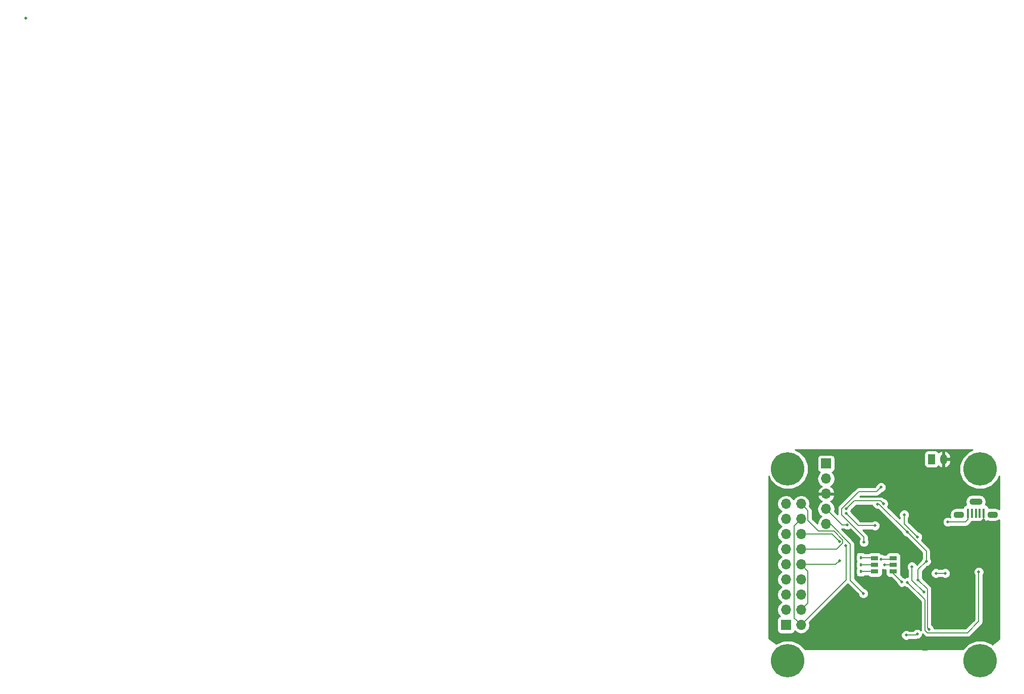
<source format=gbr>
G04 #@! TF.FileFunction,Copper,L2,Bot,Signal*
%FSLAX46Y46*%
G04 Gerber Fmt 4.6, Leading zero omitted, Abs format (unit mm)*
G04 Created by KiCad (PCBNEW 4.0.7) date Tuesday, 19 '19e' June '19e' 2018, 11:22:24*
%MOMM*%
%LPD*%
G01*
G04 APERTURE LIST*
%ADD10C,0.100000*%
%ADD11C,0.500000*%
%ADD12C,5.600000*%
%ADD13R,0.900000X0.500000*%
%ADD14R,1.300000X0.700000*%
%ADD15R,1.700000X1.700000*%
%ADD16O,1.700000X1.700000*%
%ADD17R,0.450000X1.500000*%
%ADD18O,1.800000X1.100000*%
%ADD19O,2.200000X1.100000*%
%ADD20R,1.200000X1.700000*%
%ADD21O,1.200000X1.700000*%
%ADD22R,0.400000X0.600000*%
%ADD23C,0.200000*%
%ADD24C,0.250000*%
G04 APERTURE END LIST*
D10*
D11*
X145675000Y-80675000D03*
X145525000Y-96675000D03*
X140375000Y-77725000D03*
X136275000Y-77575000D03*
X137400000Y-74525000D03*
X130425000Y-72675000D03*
X124850000Y-78275000D03*
X124825000Y-97875000D03*
X141700000Y-87725000D03*
X146075000Y-87700000D03*
X125525000Y-104375000D03*
X135450000Y-97875000D03*
X137800000Y-95425000D03*
X138200000Y-99925000D03*
X135450000Y-101525000D03*
X131975000Y-101550000D03*
X131000000Y-105450000D03*
X135475000Y-105400000D03*
X140400000Y-105450000D03*
X144375000Y-104200000D03*
X152425000Y-105500000D03*
X150700000Y-77550000D03*
X157375000Y-72650000D03*
X162875000Y-77875000D03*
X154675000Y-77850000D03*
X153400000Y-87350000D03*
X162000000Y-85500000D03*
X156950000Y-91175000D03*
X156650000Y-105500000D03*
X162050000Y-104500000D03*
X156650000Y-100900000D03*
X156650000Y-96325000D03*
X0Y0D03*
X0Y0D03*
X0Y0D03*
D12*
X159900000Y-107800000D03*
X127700000Y-107800000D03*
X159900000Y-75600000D03*
D13*
X150700000Y-105800000D03*
D14*
X142250000Y-92800000D03*
X142250000Y-91700000D03*
X142250000Y-90600000D03*
X145350000Y-90600000D03*
X145350000Y-91700000D03*
X145350000Y-92800000D03*
D15*
X134100000Y-74720000D03*
D16*
X134100000Y-77260000D03*
X134100000Y-79800000D03*
X134100000Y-82340000D03*
X134100000Y-84880000D03*
D17*
X159200000Y-83025000D03*
X159850000Y-83025000D03*
X158550000Y-83025000D03*
X160500000Y-83025000D03*
X157900000Y-83025000D03*
D18*
X156400000Y-83275000D03*
X162000000Y-83275000D03*
D19*
X159200000Y-81125000D03*
D20*
X151790000Y-73990000D03*
D21*
X153790000Y-73990000D03*
D15*
X127375000Y-101785000D03*
D16*
X129915000Y-101785000D03*
X127375000Y-99245000D03*
X129915000Y-99245000D03*
X127375000Y-96705000D03*
X129915000Y-96705000D03*
X127375000Y-94165000D03*
X129915000Y-94165000D03*
X127375000Y-91625000D03*
X129915000Y-91625000D03*
X127375000Y-89085000D03*
X129915000Y-89085000D03*
X127375000Y-86545000D03*
X129915000Y-86545000D03*
X127375000Y-84005000D03*
X129915000Y-84005000D03*
X127375000Y-81465000D03*
X129915000Y-81465000D03*
D22*
X139050000Y-90500000D03*
X139950000Y-90500000D03*
X139050000Y-91700000D03*
X139950000Y-91700000D03*
X139050000Y-92800000D03*
X139950000Y-92800000D03*
D12*
X127700000Y-75600000D03*
D11*
X162050000Y-97975000D03*
X156375000Y-85525000D03*
X149550000Y-100650000D03*
X148450000Y-100650000D03*
X149550000Y-99550000D03*
X148450000Y-99550000D03*
X147250000Y-99550000D03*
X149550000Y-98375000D03*
X147250000Y-100650000D03*
X147250000Y-98375000D03*
X148450000Y-98375000D03*
X141600000Y-83275000D03*
X151243592Y-93681408D03*
X152526409Y-91573591D03*
X150575000Y-85575000D03*
X150958910Y-81658910D03*
X154500000Y-84500000D03*
X147200000Y-83300000D03*
X149400000Y-87000000D03*
X149375000Y-103300000D03*
X147525000Y-103500000D03*
X151350000Y-102550000D03*
X142700000Y-81500000D03*
X147700000Y-86200000D03*
X149500000Y-94200000D03*
X150900000Y-91100000D03*
X143350000Y-90750000D03*
X143900000Y-91700000D03*
X146825000Y-94600000D03*
X137625000Y-85000000D03*
X140350000Y-96500000D03*
X136375000Y-87800000D03*
X137425000Y-88500000D03*
X136350000Y-91000000D03*
X143300000Y-78700000D03*
X140450000Y-87875000D03*
X159700000Y-92900000D03*
X147750000Y-94625000D03*
X143713909Y-81436091D03*
X137458384Y-82338798D03*
X137500000Y-83075000D03*
X142300000Y-85125000D03*
X150525000Y-96300000D03*
X148506161Y-92013294D03*
X152511091Y-93113909D03*
X154063909Y-93111091D03*
D23*
X152526409Y-91573591D02*
X156551409Y-91573591D01*
X156551409Y-91573591D02*
X156950000Y-91175000D01*
X141600000Y-83275000D02*
X146025000Y-87700000D01*
X146025000Y-87700000D02*
X146075000Y-87700000D01*
X140500000Y-84375000D02*
X139725000Y-84375000D01*
X141600000Y-83275000D02*
X140500000Y-84375000D01*
X151243592Y-93681408D02*
X151243592Y-92856408D01*
X151243592Y-92856408D02*
X152526409Y-91573591D01*
X152526409Y-91573591D02*
X152526409Y-87526409D01*
X152526409Y-87526409D02*
X150824999Y-85824999D01*
X150824999Y-85824999D02*
X150575000Y-85575000D01*
X160500000Y-83025000D02*
X160500000Y-83975000D01*
X160500000Y-83975000D02*
X158950000Y-85525000D01*
X158950000Y-85525000D02*
X156375000Y-85525000D01*
X150958910Y-81658910D02*
X150958910Y-85191090D01*
X150958910Y-85191090D02*
X150575000Y-85575000D01*
X150958910Y-81658910D02*
X153790000Y-78827820D01*
X153790000Y-78827820D02*
X153790000Y-73990000D01*
X157900000Y-84100000D02*
X157500000Y-84500000D01*
X157500000Y-84500000D02*
X154500000Y-84500000D01*
X157900000Y-83550000D02*
X157900000Y-84100000D01*
X157900000Y-83025000D02*
X157900000Y-83550000D01*
X149400000Y-87000000D02*
X147200000Y-84800000D01*
X147200000Y-84800000D02*
X147200000Y-83300000D01*
X149175000Y-103500000D02*
X149375000Y-103300000D01*
X147525000Y-103500000D02*
X149175000Y-103500000D01*
X151100000Y-101800000D02*
X151100000Y-102300000D01*
X151100000Y-102300000D02*
X151350000Y-102550000D01*
X147700000Y-86200000D02*
X143000000Y-81500000D01*
X143000000Y-81500000D02*
X142700000Y-81500000D01*
X150900000Y-91100000D02*
X150900000Y-89400000D01*
X150900000Y-89400000D02*
X147700000Y-86200000D01*
X151100000Y-95800000D02*
X151100000Y-101800000D01*
X149500000Y-94200000D02*
X151100000Y-95800000D01*
X150900000Y-91100000D02*
X149500000Y-92500000D01*
X149500000Y-92500000D02*
X149500000Y-94200000D01*
X139950000Y-92800000D02*
X142250000Y-92800000D01*
X139950000Y-91700000D02*
X142250000Y-91700000D01*
X139950000Y-90500000D02*
X142150000Y-90500000D01*
X142150000Y-90500000D02*
X142250000Y-90600000D01*
X143350000Y-90750000D02*
X145200000Y-90750000D01*
X145200000Y-90750000D02*
X145350000Y-90600000D01*
X145350000Y-91700000D02*
X143900000Y-91700000D01*
X146825000Y-94600000D02*
X145350000Y-93125000D01*
X145350000Y-93125000D02*
X145350000Y-92800000D01*
X134100000Y-82340000D02*
X136760000Y-85000000D01*
X136760000Y-85000000D02*
X137625000Y-85000000D01*
X138175000Y-88220299D02*
X138175000Y-94325000D01*
X138175000Y-94325000D02*
X140350000Y-96500000D01*
X134100000Y-84880000D02*
X134834701Y-84880000D01*
X134834701Y-84880000D02*
X138175000Y-88220299D01*
X129915000Y-86545000D02*
X135120000Y-86545000D01*
X135120000Y-86545000D02*
X136375000Y-87800000D01*
X129915000Y-101785000D02*
X137450000Y-94250000D01*
X137450000Y-94250000D02*
X137450000Y-88525000D01*
X137450000Y-88525000D02*
X137425000Y-88500000D01*
X129915000Y-84005000D02*
X128764999Y-85155001D01*
X128764999Y-100634999D02*
X129065001Y-100935001D01*
X128764999Y-85155001D02*
X128764999Y-100634999D01*
X129065001Y-100935001D02*
X129915000Y-101785000D01*
X129915000Y-91625000D02*
X135725000Y-91625000D01*
X135725000Y-91625000D02*
X136350000Y-91000000D01*
X129915000Y-91625000D02*
X131065001Y-92775001D01*
X131065001Y-92775001D02*
X131065001Y-98094999D01*
X130764999Y-98395001D02*
X129915000Y-99245000D01*
X131065001Y-98094999D02*
X130764999Y-98395001D01*
X139558180Y-79425000D02*
X142575000Y-79425000D01*
X142575000Y-79425000D02*
X143300000Y-78700000D01*
X136725000Y-83285998D02*
X136725000Y-82258180D01*
X136725000Y-82258180D02*
X139558180Y-79425000D01*
X140450000Y-87875000D02*
X140450000Y-87010998D01*
X140450000Y-87010998D02*
X136725000Y-83285998D01*
X132830001Y-86030001D02*
X131065001Y-84265001D01*
X131065001Y-84265001D02*
X131065001Y-82615001D01*
X131065001Y-82615001D02*
X130764999Y-82314999D01*
X130764999Y-82314999D02*
X129915000Y-81465000D01*
X129915000Y-89085000D02*
X135904002Y-89085000D01*
X135904002Y-89085000D02*
X136925001Y-88064001D01*
X136925001Y-88064001D02*
X136925001Y-87535999D01*
X136925001Y-87535999D02*
X135419003Y-86030001D01*
X135419003Y-86030001D02*
X132830001Y-86030001D01*
X159700000Y-101200000D02*
X159700000Y-92900000D01*
X157799999Y-103100001D02*
X159700000Y-101200000D01*
X150699990Y-102713992D02*
X151085999Y-103100001D01*
X151085999Y-103100001D02*
X157799999Y-103100001D01*
X147750000Y-94625000D02*
X150699990Y-97574990D01*
X150699990Y-97574990D02*
X150699990Y-102713992D01*
X137458384Y-82338798D02*
X138847183Y-80949999D01*
X138847183Y-80949999D02*
X143227817Y-80949999D01*
X143227817Y-80949999D02*
X143713909Y-81436091D01*
X142300000Y-85125000D02*
X139550000Y-85125000D01*
X139550000Y-85125000D02*
X137500000Y-83075000D01*
X148506161Y-92013294D02*
X148506161Y-94281161D01*
X148506161Y-94281161D02*
X150525000Y-96300000D01*
X154063909Y-93111091D02*
X152513909Y-93111091D01*
X152513909Y-93111091D02*
X152511091Y-93113909D01*
D24*
G36*
X157962428Y-72694733D02*
X156998119Y-73657360D01*
X156475596Y-74915736D01*
X156474407Y-76278286D01*
X156994733Y-77537572D01*
X157957360Y-78501881D01*
X159215736Y-79024404D01*
X160578286Y-79025593D01*
X161837572Y-78505267D01*
X162801881Y-77542640D01*
X163100000Y-76824689D01*
X163100000Y-82370164D01*
X162829530Y-82189442D01*
X162379877Y-82100000D01*
X161620123Y-82100000D01*
X161358000Y-82152140D01*
X161358000Y-82149088D01*
X161261631Y-81916434D01*
X161083565Y-81738368D01*
X160850911Y-81642000D01*
X160824353Y-81642000D01*
X160869353Y-81574653D01*
X160958795Y-81125000D01*
X160869353Y-80675347D01*
X160614645Y-80294150D01*
X160233448Y-80039442D01*
X159783795Y-79950000D01*
X158616205Y-79950000D01*
X158166552Y-80039442D01*
X157785355Y-80294150D01*
X157530647Y-80675347D01*
X157441205Y-81125000D01*
X157530647Y-81574653D01*
X157584224Y-81654837D01*
X157443389Y-81681337D01*
X157230668Y-81818219D01*
X157087962Y-82027076D01*
X157061837Y-82156086D01*
X156779877Y-82100000D01*
X156020123Y-82100000D01*
X155570470Y-82189442D01*
X155189273Y-82444150D01*
X154934565Y-82825347D01*
X154845123Y-83275000D01*
X154934565Y-83724653D01*
X154942294Y-83736221D01*
X154674812Y-83625152D01*
X154326715Y-83624849D01*
X154005000Y-83757779D01*
X153758644Y-84003705D01*
X153625152Y-84325188D01*
X153624849Y-84673285D01*
X153757779Y-84995000D01*
X154003705Y-85241356D01*
X154325188Y-85374848D01*
X154673285Y-85375151D01*
X154995000Y-85242221D01*
X155012251Y-85225000D01*
X157500000Y-85225000D01*
X157731415Y-85178969D01*
X157777446Y-85169813D01*
X158012652Y-85012652D01*
X158412652Y-84612653D01*
X158546561Y-84412244D01*
X158775000Y-84412244D01*
X158878671Y-84392737D01*
X158975000Y-84412244D01*
X159425000Y-84412244D01*
X159528671Y-84392737D01*
X159625000Y-84412244D01*
X160075000Y-84412244D01*
X160132991Y-84401332D01*
X160149089Y-84408000D01*
X160229250Y-84408000D01*
X160259774Y-84377476D01*
X160306611Y-84368663D01*
X160519332Y-84231781D01*
X160612500Y-84095425D01*
X160612500Y-84249750D01*
X160770750Y-84408000D01*
X160850911Y-84408000D01*
X161083565Y-84311632D01*
X161089045Y-84306152D01*
X161170470Y-84360558D01*
X161620123Y-84450000D01*
X162379877Y-84450000D01*
X162829530Y-84360558D01*
X163100000Y-84179836D01*
X163100000Y-104143166D01*
X161986666Y-105042397D01*
X161842640Y-104898119D01*
X160584264Y-104375596D01*
X159221714Y-104374407D01*
X157962428Y-104894733D01*
X156998119Y-105857360D01*
X156990794Y-105875000D01*
X130610462Y-105875000D01*
X130605267Y-105862428D01*
X129642640Y-104898119D01*
X128384264Y-104375596D01*
X127021714Y-104374407D01*
X125762428Y-104894733D01*
X125730634Y-104926471D01*
X124500000Y-104035323D01*
X124500000Y-81465000D01*
X125871103Y-81465000D01*
X125983381Y-82029458D01*
X126303120Y-82507983D01*
X126642876Y-82735000D01*
X126303120Y-82962017D01*
X125983381Y-83440542D01*
X125871103Y-84005000D01*
X125983381Y-84569458D01*
X126303120Y-85047983D01*
X126642876Y-85275000D01*
X126303120Y-85502017D01*
X125983381Y-85980542D01*
X125871103Y-86545000D01*
X125983381Y-87109458D01*
X126303120Y-87587983D01*
X126642876Y-87815000D01*
X126303120Y-88042017D01*
X125983381Y-88520542D01*
X125871103Y-89085000D01*
X125983381Y-89649458D01*
X126303120Y-90127983D01*
X126642876Y-90355000D01*
X126303120Y-90582017D01*
X125983381Y-91060542D01*
X125871103Y-91625000D01*
X125983381Y-92189458D01*
X126303120Y-92667983D01*
X126642876Y-92895000D01*
X126303120Y-93122017D01*
X125983381Y-93600542D01*
X125871103Y-94165000D01*
X125983381Y-94729458D01*
X126303120Y-95207983D01*
X126642876Y-95435000D01*
X126303120Y-95662017D01*
X125983381Y-96140542D01*
X125871103Y-96705000D01*
X125983381Y-97269458D01*
X126303120Y-97747983D01*
X126642876Y-97975000D01*
X126303120Y-98202017D01*
X125983381Y-98680542D01*
X125871103Y-99245000D01*
X125983381Y-99809458D01*
X126303120Y-100287983D01*
X126363286Y-100328185D01*
X126293389Y-100341337D01*
X126080668Y-100478219D01*
X125937962Y-100687076D01*
X125887756Y-100935000D01*
X125887756Y-102635000D01*
X125931337Y-102866611D01*
X126068219Y-103079332D01*
X126277076Y-103222038D01*
X126525000Y-103272244D01*
X128225000Y-103272244D01*
X128456611Y-103228663D01*
X128669332Y-103091781D01*
X128812038Y-102882924D01*
X128827805Y-102805063D01*
X128843120Y-102827983D01*
X129321645Y-103147722D01*
X129886103Y-103260000D01*
X129943897Y-103260000D01*
X130508355Y-103147722D01*
X130986880Y-102827983D01*
X131306619Y-102349458D01*
X131418897Y-101785000D01*
X131339493Y-101385811D01*
X137775000Y-94950305D01*
X139474869Y-96650174D01*
X139474849Y-96673285D01*
X139607779Y-96995000D01*
X139853705Y-97241356D01*
X140175188Y-97374848D01*
X140523285Y-97375151D01*
X140845000Y-97242221D01*
X141091356Y-96996295D01*
X141224848Y-96674812D01*
X141225151Y-96326715D01*
X141092221Y-96005000D01*
X140846295Y-95758644D01*
X140524812Y-95625152D01*
X140500436Y-95625131D01*
X138900000Y-94024696D01*
X138900000Y-93624750D01*
X138950000Y-93574750D01*
X138950000Y-92929000D01*
X138901000Y-92929000D01*
X138901000Y-92671000D01*
X138950000Y-92671000D01*
X138950000Y-91829000D01*
X138901000Y-91829000D01*
X138901000Y-91571000D01*
X138950000Y-91571000D01*
X138950000Y-90629000D01*
X138901000Y-90629000D01*
X138901000Y-90371000D01*
X138950000Y-90371000D01*
X138950000Y-89725250D01*
X138900000Y-89675250D01*
X138900000Y-88220299D01*
X138844813Y-87942854D01*
X138732657Y-87775001D01*
X138687652Y-87707646D01*
X136691350Y-85711345D01*
X136760000Y-85725000D01*
X137112378Y-85725000D01*
X137128705Y-85741356D01*
X137450188Y-85874848D01*
X137798285Y-85875151D01*
X138120000Y-85742221D01*
X138137975Y-85724277D01*
X139725000Y-87311303D01*
X139725000Y-87362378D01*
X139708644Y-87378705D01*
X139575152Y-87700188D01*
X139574849Y-88048285D01*
X139707779Y-88370000D01*
X139953705Y-88616356D01*
X140275188Y-88749848D01*
X140623285Y-88750151D01*
X140945000Y-88617221D01*
X141191356Y-88371295D01*
X141324848Y-88049812D01*
X141325151Y-87701715D01*
X141192221Y-87380000D01*
X141175000Y-87362749D01*
X141175000Y-87010998D01*
X141172782Y-86999849D01*
X141119813Y-86733552D01*
X140962653Y-86498346D01*
X140314307Y-85850000D01*
X141787378Y-85850000D01*
X141803705Y-85866356D01*
X142125188Y-85999848D01*
X142473285Y-86000151D01*
X142795000Y-85867221D01*
X143041356Y-85621295D01*
X143174848Y-85299812D01*
X143175151Y-84951715D01*
X143042221Y-84630000D01*
X142796295Y-84383644D01*
X142474812Y-84250152D01*
X142126715Y-84249849D01*
X141805000Y-84382779D01*
X141787749Y-84400000D01*
X139850305Y-84400000D01*
X138375131Y-82924827D01*
X138375151Y-82901715D01*
X138273864Y-82656583D01*
X138333232Y-82513610D01*
X138333253Y-82489233D01*
X139147488Y-81674999D01*
X141825557Y-81674999D01*
X141957779Y-81995000D01*
X142203705Y-82241356D01*
X142525188Y-82374848D01*
X142849827Y-82375131D01*
X146824869Y-86350174D01*
X146824849Y-86373285D01*
X146957779Y-86695000D01*
X147203705Y-86941356D01*
X147525188Y-87074848D01*
X147549565Y-87074869D01*
X150175000Y-89700305D01*
X150175000Y-90587378D01*
X150158644Y-90603705D01*
X150025152Y-90925188D01*
X150025131Y-90949565D01*
X149309203Y-91665493D01*
X149248382Y-91518294D01*
X149002456Y-91271938D01*
X148680973Y-91138446D01*
X148332876Y-91138143D01*
X148011161Y-91271073D01*
X147764805Y-91516999D01*
X147631313Y-91838482D01*
X147631010Y-92186579D01*
X147763940Y-92508294D01*
X147781161Y-92525545D01*
X147781161Y-93750027D01*
X147576715Y-93749849D01*
X147317363Y-93857011D01*
X146999812Y-93725152D01*
X146975435Y-93725131D01*
X146597343Y-93347039D01*
X146637244Y-93150000D01*
X146637244Y-92450000D01*
X146598230Y-92242658D01*
X146637244Y-92050000D01*
X146637244Y-91350000D01*
X146598230Y-91142658D01*
X146637244Y-90950000D01*
X146637244Y-90250000D01*
X146593663Y-90018389D01*
X146456781Y-89805668D01*
X146247924Y-89662962D01*
X146000000Y-89612756D01*
X144700000Y-89612756D01*
X144468389Y-89656337D01*
X144255668Y-89793219D01*
X144112962Y-90002076D01*
X144108320Y-90025000D01*
X143862622Y-90025000D01*
X143846295Y-90008644D01*
X143524812Y-89875152D01*
X143401424Y-89875045D01*
X143356781Y-89805668D01*
X143147924Y-89662962D01*
X142900000Y-89612756D01*
X141600000Y-89612756D01*
X141368389Y-89656337D01*
X141183981Y-89775000D01*
X140619221Y-89775000D01*
X140606781Y-89755668D01*
X140397924Y-89612962D01*
X140150000Y-89562756D01*
X139750000Y-89562756D01*
X139518389Y-89606337D01*
X139499783Y-89618309D01*
X139375911Y-89567000D01*
X139308250Y-89567000D01*
X139150000Y-89725250D01*
X139150000Y-90016084D01*
X139112756Y-90200000D01*
X139112756Y-90800000D01*
X139150000Y-90997933D01*
X139150000Y-91216084D01*
X139112756Y-91400000D01*
X139112756Y-92000000D01*
X139150000Y-92197933D01*
X139150000Y-92316084D01*
X139112756Y-92500000D01*
X139112756Y-93100000D01*
X139150000Y-93297933D01*
X139150000Y-93574750D01*
X139308250Y-93733000D01*
X139375911Y-93733000D01*
X139496338Y-93683118D01*
X139502076Y-93687038D01*
X139750000Y-93737244D01*
X140150000Y-93737244D01*
X140381611Y-93693663D01*
X140594332Y-93556781D01*
X140616047Y-93525000D01*
X141098605Y-93525000D01*
X141143219Y-93594332D01*
X141352076Y-93737038D01*
X141600000Y-93787244D01*
X142900000Y-93787244D01*
X143131611Y-93743663D01*
X143344332Y-93606781D01*
X143487038Y-93397924D01*
X143537244Y-93150000D01*
X143537244Y-92496806D01*
X143725188Y-92574848D01*
X144062756Y-92575142D01*
X144062756Y-93150000D01*
X144106337Y-93381611D01*
X144243219Y-93594332D01*
X144452076Y-93737038D01*
X144700000Y-93787244D01*
X144986940Y-93787244D01*
X145949869Y-94750173D01*
X145949849Y-94773285D01*
X146082779Y-95095000D01*
X146328705Y-95341356D01*
X146650188Y-95474848D01*
X146998285Y-95475151D01*
X147257637Y-95367989D01*
X147575188Y-95499848D01*
X147599565Y-95499869D01*
X149974990Y-97875295D01*
X149974990Y-102662520D01*
X149871295Y-102558644D01*
X149549812Y-102425152D01*
X149201715Y-102424849D01*
X148880000Y-102557779D01*
X148662399Y-102775000D01*
X148037622Y-102775000D01*
X148021295Y-102758644D01*
X147699812Y-102625152D01*
X147351715Y-102624849D01*
X147030000Y-102757779D01*
X146783644Y-103003705D01*
X146650152Y-103325188D01*
X146649849Y-103673285D01*
X146782779Y-103995000D01*
X147028705Y-104241356D01*
X147350188Y-104374848D01*
X147698285Y-104375151D01*
X148020000Y-104242221D01*
X148037251Y-104225000D01*
X149175000Y-104225000D01*
X149425609Y-104175151D01*
X149426144Y-104175045D01*
X149548285Y-104175151D01*
X149870000Y-104042221D01*
X150116356Y-103796295D01*
X150249848Y-103474812D01*
X150250009Y-103289316D01*
X150573346Y-103612653D01*
X150666374Y-103674812D01*
X150808554Y-103769814D01*
X151085999Y-103825001D01*
X157799999Y-103825001D01*
X158039080Y-103777445D01*
X158077445Y-103769814D01*
X158312651Y-103612653D01*
X160212652Y-101712653D01*
X160369812Y-101477446D01*
X160369813Y-101477445D01*
X160425000Y-101200000D01*
X160425000Y-93412622D01*
X160441356Y-93396295D01*
X160574848Y-93074812D01*
X160575151Y-92726715D01*
X160442221Y-92405000D01*
X160196295Y-92158644D01*
X159874812Y-92025152D01*
X159526715Y-92024849D01*
X159205000Y-92157779D01*
X158958644Y-92403705D01*
X158825152Y-92725188D01*
X158824849Y-93073285D01*
X158957779Y-93395000D01*
X158975000Y-93412251D01*
X158975000Y-100899695D01*
X157499695Y-102375001D01*
X152224443Y-102375001D01*
X152092221Y-102055000D01*
X151846295Y-101808644D01*
X151825000Y-101799802D01*
X151825000Y-95800000D01*
X151790221Y-95625152D01*
X151769813Y-95522554D01*
X151612653Y-95287348D01*
X150375131Y-94049827D01*
X150375151Y-94026715D01*
X150242221Y-93705000D01*
X150225000Y-93687749D01*
X150225000Y-93287194D01*
X151635940Y-93287194D01*
X151768870Y-93608909D01*
X152014796Y-93855265D01*
X152336279Y-93988757D01*
X152684376Y-93989060D01*
X153006091Y-93856130D01*
X153026165Y-93836091D01*
X153551287Y-93836091D01*
X153567614Y-93852447D01*
X153889097Y-93985939D01*
X154237194Y-93986242D01*
X154558909Y-93853312D01*
X154805265Y-93607386D01*
X154938757Y-93285903D01*
X154939060Y-92937806D01*
X154806130Y-92616091D01*
X154560204Y-92369735D01*
X154238721Y-92236243D01*
X153890624Y-92235940D01*
X153568909Y-92368870D01*
X153551658Y-92386091D01*
X153020900Y-92386091D01*
X153007386Y-92372553D01*
X152685903Y-92239061D01*
X152337806Y-92238758D01*
X152016091Y-92371688D01*
X151769735Y-92617614D01*
X151636243Y-92939097D01*
X151635940Y-93287194D01*
X150225000Y-93287194D01*
X150225000Y-92800304D01*
X151050173Y-91975131D01*
X151073285Y-91975151D01*
X151395000Y-91842221D01*
X151641356Y-91596295D01*
X151774848Y-91274812D01*
X151775151Y-90926715D01*
X151642221Y-90605000D01*
X151625000Y-90587749D01*
X151625000Y-89400000D01*
X151569813Y-89122555D01*
X151496378Y-89012652D01*
X151412652Y-88887347D01*
X150081425Y-87556121D01*
X150141356Y-87496295D01*
X150274848Y-87174812D01*
X150275151Y-86826715D01*
X150142221Y-86505000D01*
X149896295Y-86258644D01*
X149574812Y-86125152D01*
X149550436Y-86125131D01*
X147925000Y-84499696D01*
X147925000Y-83812622D01*
X147941356Y-83796295D01*
X148074848Y-83474812D01*
X148075151Y-83126715D01*
X147942221Y-82805000D01*
X147696295Y-82558644D01*
X147374812Y-82425152D01*
X147026715Y-82424849D01*
X146705000Y-82557779D01*
X146458644Y-82803705D01*
X146325152Y-83125188D01*
X146324849Y-83473285D01*
X146457779Y-83795000D01*
X146475000Y-83812251D01*
X146475000Y-83949695D01*
X144455977Y-81930672D01*
X144588757Y-81610903D01*
X144589060Y-81262806D01*
X144456130Y-80941091D01*
X144210204Y-80694735D01*
X143888721Y-80561243D01*
X143864344Y-80561222D01*
X143740469Y-80437347D01*
X143505263Y-80280186D01*
X143459232Y-80271030D01*
X143227817Y-80224999D01*
X139783486Y-80224999D01*
X139858485Y-80150000D01*
X142575000Y-80150000D01*
X142814916Y-80102278D01*
X142852446Y-80094813D01*
X143087652Y-79937652D01*
X143450174Y-79575131D01*
X143473285Y-79575151D01*
X143795000Y-79442221D01*
X144041356Y-79196295D01*
X144174848Y-78874812D01*
X144175151Y-78526715D01*
X144042221Y-78205000D01*
X143796295Y-77958644D01*
X143474812Y-77825152D01*
X143126715Y-77824849D01*
X142805000Y-77957779D01*
X142558644Y-78203705D01*
X142425152Y-78525188D01*
X142425131Y-78549565D01*
X142274696Y-78700000D01*
X139558180Y-78700000D01*
X139280734Y-78755187D01*
X139045528Y-78912347D01*
X136212348Y-81745528D01*
X136055187Y-81980734D01*
X136052092Y-81996295D01*
X136000000Y-82258180D01*
X136000000Y-83214696D01*
X135524493Y-82739189D01*
X135603897Y-82340000D01*
X135491619Y-81775542D01*
X135171880Y-81297017D01*
X134825892Y-81065836D01*
X134981924Y-80992279D01*
X135371057Y-80564024D01*
X135539010Y-80158525D01*
X135418454Y-79929000D01*
X134229000Y-79929000D01*
X134229000Y-79949000D01*
X133971000Y-79949000D01*
X133971000Y-79929000D01*
X132781546Y-79929000D01*
X132660990Y-80158525D01*
X132828943Y-80564024D01*
X133218076Y-80992279D01*
X133374108Y-81065836D01*
X133028120Y-81297017D01*
X132708381Y-81775542D01*
X132596103Y-82340000D01*
X132708381Y-82904458D01*
X133028120Y-83382983D01*
X133367876Y-83610000D01*
X133028120Y-83837017D01*
X132708381Y-84315542D01*
X132614221Y-84788917D01*
X131790001Y-83964697D01*
X131790001Y-82615001D01*
X131738321Y-82355187D01*
X131734814Y-82337555D01*
X131577653Y-82102349D01*
X131339493Y-81864189D01*
X131418897Y-81465000D01*
X131306619Y-80900542D01*
X130986880Y-80422017D01*
X130508355Y-80102278D01*
X129943897Y-79990000D01*
X129886103Y-79990000D01*
X129321645Y-80102278D01*
X128843120Y-80422017D01*
X128645000Y-80718526D01*
X128446880Y-80422017D01*
X127968355Y-80102278D01*
X127403897Y-79990000D01*
X127346103Y-79990000D01*
X126781645Y-80102278D01*
X126303120Y-80422017D01*
X125983381Y-80900542D01*
X125871103Y-81465000D01*
X124500000Y-81465000D01*
X124500000Y-76824263D01*
X124794733Y-77537572D01*
X125757360Y-78501881D01*
X127015736Y-79024404D01*
X128378286Y-79025593D01*
X129637572Y-78505267D01*
X130601881Y-77542640D01*
X130719243Y-77260000D01*
X132596103Y-77260000D01*
X132708381Y-77824458D01*
X133028120Y-78302983D01*
X133374108Y-78534164D01*
X133218076Y-78607721D01*
X132828943Y-79035976D01*
X132660990Y-79441475D01*
X132781546Y-79671000D01*
X133971000Y-79671000D01*
X133971000Y-79651000D01*
X134229000Y-79651000D01*
X134229000Y-79671000D01*
X135418454Y-79671000D01*
X135539010Y-79441475D01*
X135371057Y-79035976D01*
X134981924Y-78607721D01*
X134825892Y-78534164D01*
X135171880Y-78302983D01*
X135491619Y-77824458D01*
X135603897Y-77260000D01*
X135491619Y-76695542D01*
X135171880Y-76217017D01*
X135111714Y-76176815D01*
X135181611Y-76163663D01*
X135394332Y-76026781D01*
X135537038Y-75817924D01*
X135587244Y-75570000D01*
X135587244Y-73870000D01*
X135543663Y-73638389D01*
X135406781Y-73425668D01*
X135197924Y-73282962D01*
X134950000Y-73232756D01*
X133250000Y-73232756D01*
X133018389Y-73276337D01*
X132805668Y-73413219D01*
X132662962Y-73622076D01*
X132612756Y-73870000D01*
X132612756Y-75570000D01*
X132656337Y-75801611D01*
X132793219Y-76014332D01*
X133002076Y-76157038D01*
X133090950Y-76175035D01*
X133028120Y-76217017D01*
X132708381Y-76695542D01*
X132596103Y-77260000D01*
X130719243Y-77260000D01*
X131124404Y-76284264D01*
X131125593Y-74921714D01*
X130605267Y-73662428D01*
X130083751Y-73140000D01*
X150552756Y-73140000D01*
X150552756Y-74840000D01*
X150596337Y-75071611D01*
X150733219Y-75284332D01*
X150942076Y-75427038D01*
X151190000Y-75477244D01*
X152390000Y-75477244D01*
X152621611Y-75433663D01*
X152834332Y-75296781D01*
X152940662Y-75141161D01*
X152963665Y-75171495D01*
X153383034Y-75416814D01*
X153470763Y-75430956D01*
X153661000Y-75306980D01*
X153661000Y-74119000D01*
X153919000Y-74119000D01*
X153919000Y-75306980D01*
X154109237Y-75430956D01*
X154196966Y-75416814D01*
X154616335Y-75171495D01*
X154909902Y-74784364D01*
X155032974Y-74314359D01*
X154871053Y-74119000D01*
X153919000Y-74119000D01*
X153661000Y-74119000D01*
X153641000Y-74119000D01*
X153641000Y-73861000D01*
X153661000Y-73861000D01*
X153661000Y-72673020D01*
X153919000Y-72673020D01*
X153919000Y-73861000D01*
X154871053Y-73861000D01*
X155032974Y-73665641D01*
X154909902Y-73195636D01*
X154616335Y-72808505D01*
X154196966Y-72563186D01*
X154109237Y-72549044D01*
X153919000Y-72673020D01*
X153661000Y-72673020D01*
X153470763Y-72549044D01*
X153383034Y-72563186D01*
X152963665Y-72808505D01*
X152939714Y-72840090D01*
X152846781Y-72695668D01*
X152637924Y-72552962D01*
X152390000Y-72502756D01*
X151190000Y-72502756D01*
X150958389Y-72546337D01*
X150745668Y-72683219D01*
X150602962Y-72892076D01*
X150552756Y-73140000D01*
X130083751Y-73140000D01*
X129642640Y-72698119D01*
X128924689Y-72400000D01*
X158675737Y-72400000D01*
X157962428Y-72694733D01*
X157962428Y-72694733D01*
G37*
X157962428Y-72694733D02*
X156998119Y-73657360D01*
X156475596Y-74915736D01*
X156474407Y-76278286D01*
X156994733Y-77537572D01*
X157957360Y-78501881D01*
X159215736Y-79024404D01*
X160578286Y-79025593D01*
X161837572Y-78505267D01*
X162801881Y-77542640D01*
X163100000Y-76824689D01*
X163100000Y-82370164D01*
X162829530Y-82189442D01*
X162379877Y-82100000D01*
X161620123Y-82100000D01*
X161358000Y-82152140D01*
X161358000Y-82149088D01*
X161261631Y-81916434D01*
X161083565Y-81738368D01*
X160850911Y-81642000D01*
X160824353Y-81642000D01*
X160869353Y-81574653D01*
X160958795Y-81125000D01*
X160869353Y-80675347D01*
X160614645Y-80294150D01*
X160233448Y-80039442D01*
X159783795Y-79950000D01*
X158616205Y-79950000D01*
X158166552Y-80039442D01*
X157785355Y-80294150D01*
X157530647Y-80675347D01*
X157441205Y-81125000D01*
X157530647Y-81574653D01*
X157584224Y-81654837D01*
X157443389Y-81681337D01*
X157230668Y-81818219D01*
X157087962Y-82027076D01*
X157061837Y-82156086D01*
X156779877Y-82100000D01*
X156020123Y-82100000D01*
X155570470Y-82189442D01*
X155189273Y-82444150D01*
X154934565Y-82825347D01*
X154845123Y-83275000D01*
X154934565Y-83724653D01*
X154942294Y-83736221D01*
X154674812Y-83625152D01*
X154326715Y-83624849D01*
X154005000Y-83757779D01*
X153758644Y-84003705D01*
X153625152Y-84325188D01*
X153624849Y-84673285D01*
X153757779Y-84995000D01*
X154003705Y-85241356D01*
X154325188Y-85374848D01*
X154673285Y-85375151D01*
X154995000Y-85242221D01*
X155012251Y-85225000D01*
X157500000Y-85225000D01*
X157731415Y-85178969D01*
X157777446Y-85169813D01*
X158012652Y-85012652D01*
X158412652Y-84612653D01*
X158546561Y-84412244D01*
X158775000Y-84412244D01*
X158878671Y-84392737D01*
X158975000Y-84412244D01*
X159425000Y-84412244D01*
X159528671Y-84392737D01*
X159625000Y-84412244D01*
X160075000Y-84412244D01*
X160132991Y-84401332D01*
X160149089Y-84408000D01*
X160229250Y-84408000D01*
X160259774Y-84377476D01*
X160306611Y-84368663D01*
X160519332Y-84231781D01*
X160612500Y-84095425D01*
X160612500Y-84249750D01*
X160770750Y-84408000D01*
X160850911Y-84408000D01*
X161083565Y-84311632D01*
X161089045Y-84306152D01*
X161170470Y-84360558D01*
X161620123Y-84450000D01*
X162379877Y-84450000D01*
X162829530Y-84360558D01*
X163100000Y-84179836D01*
X163100000Y-104143166D01*
X161986666Y-105042397D01*
X161842640Y-104898119D01*
X160584264Y-104375596D01*
X159221714Y-104374407D01*
X157962428Y-104894733D01*
X156998119Y-105857360D01*
X156990794Y-105875000D01*
X130610462Y-105875000D01*
X130605267Y-105862428D01*
X129642640Y-104898119D01*
X128384264Y-104375596D01*
X127021714Y-104374407D01*
X125762428Y-104894733D01*
X125730634Y-104926471D01*
X124500000Y-104035323D01*
X124500000Y-81465000D01*
X125871103Y-81465000D01*
X125983381Y-82029458D01*
X126303120Y-82507983D01*
X126642876Y-82735000D01*
X126303120Y-82962017D01*
X125983381Y-83440542D01*
X125871103Y-84005000D01*
X125983381Y-84569458D01*
X126303120Y-85047983D01*
X126642876Y-85275000D01*
X126303120Y-85502017D01*
X125983381Y-85980542D01*
X125871103Y-86545000D01*
X125983381Y-87109458D01*
X126303120Y-87587983D01*
X126642876Y-87815000D01*
X126303120Y-88042017D01*
X125983381Y-88520542D01*
X125871103Y-89085000D01*
X125983381Y-89649458D01*
X126303120Y-90127983D01*
X126642876Y-90355000D01*
X126303120Y-90582017D01*
X125983381Y-91060542D01*
X125871103Y-91625000D01*
X125983381Y-92189458D01*
X126303120Y-92667983D01*
X126642876Y-92895000D01*
X126303120Y-93122017D01*
X125983381Y-93600542D01*
X125871103Y-94165000D01*
X125983381Y-94729458D01*
X126303120Y-95207983D01*
X126642876Y-95435000D01*
X126303120Y-95662017D01*
X125983381Y-96140542D01*
X125871103Y-96705000D01*
X125983381Y-97269458D01*
X126303120Y-97747983D01*
X126642876Y-97975000D01*
X126303120Y-98202017D01*
X125983381Y-98680542D01*
X125871103Y-99245000D01*
X125983381Y-99809458D01*
X126303120Y-100287983D01*
X126363286Y-100328185D01*
X126293389Y-100341337D01*
X126080668Y-100478219D01*
X125937962Y-100687076D01*
X125887756Y-100935000D01*
X125887756Y-102635000D01*
X125931337Y-102866611D01*
X126068219Y-103079332D01*
X126277076Y-103222038D01*
X126525000Y-103272244D01*
X128225000Y-103272244D01*
X128456611Y-103228663D01*
X128669332Y-103091781D01*
X128812038Y-102882924D01*
X128827805Y-102805063D01*
X128843120Y-102827983D01*
X129321645Y-103147722D01*
X129886103Y-103260000D01*
X129943897Y-103260000D01*
X130508355Y-103147722D01*
X130986880Y-102827983D01*
X131306619Y-102349458D01*
X131418897Y-101785000D01*
X131339493Y-101385811D01*
X137775000Y-94950305D01*
X139474869Y-96650174D01*
X139474849Y-96673285D01*
X139607779Y-96995000D01*
X139853705Y-97241356D01*
X140175188Y-97374848D01*
X140523285Y-97375151D01*
X140845000Y-97242221D01*
X141091356Y-96996295D01*
X141224848Y-96674812D01*
X141225151Y-96326715D01*
X141092221Y-96005000D01*
X140846295Y-95758644D01*
X140524812Y-95625152D01*
X140500436Y-95625131D01*
X138900000Y-94024696D01*
X138900000Y-93624750D01*
X138950000Y-93574750D01*
X138950000Y-92929000D01*
X138901000Y-92929000D01*
X138901000Y-92671000D01*
X138950000Y-92671000D01*
X138950000Y-91829000D01*
X138901000Y-91829000D01*
X138901000Y-91571000D01*
X138950000Y-91571000D01*
X138950000Y-90629000D01*
X138901000Y-90629000D01*
X138901000Y-90371000D01*
X138950000Y-90371000D01*
X138950000Y-89725250D01*
X138900000Y-89675250D01*
X138900000Y-88220299D01*
X138844813Y-87942854D01*
X138732657Y-87775001D01*
X138687652Y-87707646D01*
X136691350Y-85711345D01*
X136760000Y-85725000D01*
X137112378Y-85725000D01*
X137128705Y-85741356D01*
X137450188Y-85874848D01*
X137798285Y-85875151D01*
X138120000Y-85742221D01*
X138137975Y-85724277D01*
X139725000Y-87311303D01*
X139725000Y-87362378D01*
X139708644Y-87378705D01*
X139575152Y-87700188D01*
X139574849Y-88048285D01*
X139707779Y-88370000D01*
X139953705Y-88616356D01*
X140275188Y-88749848D01*
X140623285Y-88750151D01*
X140945000Y-88617221D01*
X141191356Y-88371295D01*
X141324848Y-88049812D01*
X141325151Y-87701715D01*
X141192221Y-87380000D01*
X141175000Y-87362749D01*
X141175000Y-87010998D01*
X141172782Y-86999849D01*
X141119813Y-86733552D01*
X140962653Y-86498346D01*
X140314307Y-85850000D01*
X141787378Y-85850000D01*
X141803705Y-85866356D01*
X142125188Y-85999848D01*
X142473285Y-86000151D01*
X142795000Y-85867221D01*
X143041356Y-85621295D01*
X143174848Y-85299812D01*
X143175151Y-84951715D01*
X143042221Y-84630000D01*
X142796295Y-84383644D01*
X142474812Y-84250152D01*
X142126715Y-84249849D01*
X141805000Y-84382779D01*
X141787749Y-84400000D01*
X139850305Y-84400000D01*
X138375131Y-82924827D01*
X138375151Y-82901715D01*
X138273864Y-82656583D01*
X138333232Y-82513610D01*
X138333253Y-82489233D01*
X139147488Y-81674999D01*
X141825557Y-81674999D01*
X141957779Y-81995000D01*
X142203705Y-82241356D01*
X142525188Y-82374848D01*
X142849827Y-82375131D01*
X146824869Y-86350174D01*
X146824849Y-86373285D01*
X146957779Y-86695000D01*
X147203705Y-86941356D01*
X147525188Y-87074848D01*
X147549565Y-87074869D01*
X150175000Y-89700305D01*
X150175000Y-90587378D01*
X150158644Y-90603705D01*
X150025152Y-90925188D01*
X150025131Y-90949565D01*
X149309203Y-91665493D01*
X149248382Y-91518294D01*
X149002456Y-91271938D01*
X148680973Y-91138446D01*
X148332876Y-91138143D01*
X148011161Y-91271073D01*
X147764805Y-91516999D01*
X147631313Y-91838482D01*
X147631010Y-92186579D01*
X147763940Y-92508294D01*
X147781161Y-92525545D01*
X147781161Y-93750027D01*
X147576715Y-93749849D01*
X147317363Y-93857011D01*
X146999812Y-93725152D01*
X146975435Y-93725131D01*
X146597343Y-93347039D01*
X146637244Y-93150000D01*
X146637244Y-92450000D01*
X146598230Y-92242658D01*
X146637244Y-92050000D01*
X146637244Y-91350000D01*
X146598230Y-91142658D01*
X146637244Y-90950000D01*
X146637244Y-90250000D01*
X146593663Y-90018389D01*
X146456781Y-89805668D01*
X146247924Y-89662962D01*
X146000000Y-89612756D01*
X144700000Y-89612756D01*
X144468389Y-89656337D01*
X144255668Y-89793219D01*
X144112962Y-90002076D01*
X144108320Y-90025000D01*
X143862622Y-90025000D01*
X143846295Y-90008644D01*
X143524812Y-89875152D01*
X143401424Y-89875045D01*
X143356781Y-89805668D01*
X143147924Y-89662962D01*
X142900000Y-89612756D01*
X141600000Y-89612756D01*
X141368389Y-89656337D01*
X141183981Y-89775000D01*
X140619221Y-89775000D01*
X140606781Y-89755668D01*
X140397924Y-89612962D01*
X140150000Y-89562756D01*
X139750000Y-89562756D01*
X139518389Y-89606337D01*
X139499783Y-89618309D01*
X139375911Y-89567000D01*
X139308250Y-89567000D01*
X139150000Y-89725250D01*
X139150000Y-90016084D01*
X139112756Y-90200000D01*
X139112756Y-90800000D01*
X139150000Y-90997933D01*
X139150000Y-91216084D01*
X139112756Y-91400000D01*
X139112756Y-92000000D01*
X139150000Y-92197933D01*
X139150000Y-92316084D01*
X139112756Y-92500000D01*
X139112756Y-93100000D01*
X139150000Y-93297933D01*
X139150000Y-93574750D01*
X139308250Y-93733000D01*
X139375911Y-93733000D01*
X139496338Y-93683118D01*
X139502076Y-93687038D01*
X139750000Y-93737244D01*
X140150000Y-93737244D01*
X140381611Y-93693663D01*
X140594332Y-93556781D01*
X140616047Y-93525000D01*
X141098605Y-93525000D01*
X141143219Y-93594332D01*
X141352076Y-93737038D01*
X141600000Y-93787244D01*
X142900000Y-93787244D01*
X143131611Y-93743663D01*
X143344332Y-93606781D01*
X143487038Y-93397924D01*
X143537244Y-93150000D01*
X143537244Y-92496806D01*
X143725188Y-92574848D01*
X144062756Y-92575142D01*
X144062756Y-93150000D01*
X144106337Y-93381611D01*
X144243219Y-93594332D01*
X144452076Y-93737038D01*
X144700000Y-93787244D01*
X144986940Y-93787244D01*
X145949869Y-94750173D01*
X145949849Y-94773285D01*
X146082779Y-95095000D01*
X146328705Y-95341356D01*
X146650188Y-95474848D01*
X146998285Y-95475151D01*
X147257637Y-95367989D01*
X147575188Y-95499848D01*
X147599565Y-95499869D01*
X149974990Y-97875295D01*
X149974990Y-102662520D01*
X149871295Y-102558644D01*
X149549812Y-102425152D01*
X149201715Y-102424849D01*
X148880000Y-102557779D01*
X148662399Y-102775000D01*
X148037622Y-102775000D01*
X148021295Y-102758644D01*
X147699812Y-102625152D01*
X147351715Y-102624849D01*
X147030000Y-102757779D01*
X146783644Y-103003705D01*
X146650152Y-103325188D01*
X146649849Y-103673285D01*
X146782779Y-103995000D01*
X147028705Y-104241356D01*
X147350188Y-104374848D01*
X147698285Y-104375151D01*
X148020000Y-104242221D01*
X148037251Y-104225000D01*
X149175000Y-104225000D01*
X149425609Y-104175151D01*
X149426144Y-104175045D01*
X149548285Y-104175151D01*
X149870000Y-104042221D01*
X150116356Y-103796295D01*
X150249848Y-103474812D01*
X150250009Y-103289316D01*
X150573346Y-103612653D01*
X150666374Y-103674812D01*
X150808554Y-103769814D01*
X151085999Y-103825001D01*
X157799999Y-103825001D01*
X158039080Y-103777445D01*
X158077445Y-103769814D01*
X158312651Y-103612653D01*
X160212652Y-101712653D01*
X160369812Y-101477446D01*
X160369813Y-101477445D01*
X160425000Y-101200000D01*
X160425000Y-93412622D01*
X160441356Y-93396295D01*
X160574848Y-93074812D01*
X160575151Y-92726715D01*
X160442221Y-92405000D01*
X160196295Y-92158644D01*
X159874812Y-92025152D01*
X159526715Y-92024849D01*
X159205000Y-92157779D01*
X158958644Y-92403705D01*
X158825152Y-92725188D01*
X158824849Y-93073285D01*
X158957779Y-93395000D01*
X158975000Y-93412251D01*
X158975000Y-100899695D01*
X157499695Y-102375001D01*
X152224443Y-102375001D01*
X152092221Y-102055000D01*
X151846295Y-101808644D01*
X151825000Y-101799802D01*
X151825000Y-95800000D01*
X151790221Y-95625152D01*
X151769813Y-95522554D01*
X151612653Y-95287348D01*
X150375131Y-94049827D01*
X150375151Y-94026715D01*
X150242221Y-93705000D01*
X150225000Y-93687749D01*
X150225000Y-93287194D01*
X151635940Y-93287194D01*
X151768870Y-93608909D01*
X152014796Y-93855265D01*
X152336279Y-93988757D01*
X152684376Y-93989060D01*
X153006091Y-93856130D01*
X153026165Y-93836091D01*
X153551287Y-93836091D01*
X153567614Y-93852447D01*
X153889097Y-93985939D01*
X154237194Y-93986242D01*
X154558909Y-93853312D01*
X154805265Y-93607386D01*
X154938757Y-93285903D01*
X154939060Y-92937806D01*
X154806130Y-92616091D01*
X154560204Y-92369735D01*
X154238721Y-92236243D01*
X153890624Y-92235940D01*
X153568909Y-92368870D01*
X153551658Y-92386091D01*
X153020900Y-92386091D01*
X153007386Y-92372553D01*
X152685903Y-92239061D01*
X152337806Y-92238758D01*
X152016091Y-92371688D01*
X151769735Y-92617614D01*
X151636243Y-92939097D01*
X151635940Y-93287194D01*
X150225000Y-93287194D01*
X150225000Y-92800304D01*
X151050173Y-91975131D01*
X151073285Y-91975151D01*
X151395000Y-91842221D01*
X151641356Y-91596295D01*
X151774848Y-91274812D01*
X151775151Y-90926715D01*
X151642221Y-90605000D01*
X151625000Y-90587749D01*
X151625000Y-89400000D01*
X151569813Y-89122555D01*
X151496378Y-89012652D01*
X151412652Y-88887347D01*
X150081425Y-87556121D01*
X150141356Y-87496295D01*
X150274848Y-87174812D01*
X150275151Y-86826715D01*
X150142221Y-86505000D01*
X149896295Y-86258644D01*
X149574812Y-86125152D01*
X149550436Y-86125131D01*
X147925000Y-84499696D01*
X147925000Y-83812622D01*
X147941356Y-83796295D01*
X148074848Y-83474812D01*
X148075151Y-83126715D01*
X147942221Y-82805000D01*
X147696295Y-82558644D01*
X147374812Y-82425152D01*
X147026715Y-82424849D01*
X146705000Y-82557779D01*
X146458644Y-82803705D01*
X146325152Y-83125188D01*
X146324849Y-83473285D01*
X146457779Y-83795000D01*
X146475000Y-83812251D01*
X146475000Y-83949695D01*
X144455977Y-81930672D01*
X144588757Y-81610903D01*
X144589060Y-81262806D01*
X144456130Y-80941091D01*
X144210204Y-80694735D01*
X143888721Y-80561243D01*
X143864344Y-80561222D01*
X143740469Y-80437347D01*
X143505263Y-80280186D01*
X143459232Y-80271030D01*
X143227817Y-80224999D01*
X139783486Y-80224999D01*
X139858485Y-80150000D01*
X142575000Y-80150000D01*
X142814916Y-80102278D01*
X142852446Y-80094813D01*
X143087652Y-79937652D01*
X143450174Y-79575131D01*
X143473285Y-79575151D01*
X143795000Y-79442221D01*
X144041356Y-79196295D01*
X144174848Y-78874812D01*
X144175151Y-78526715D01*
X144042221Y-78205000D01*
X143796295Y-77958644D01*
X143474812Y-77825152D01*
X143126715Y-77824849D01*
X142805000Y-77957779D01*
X142558644Y-78203705D01*
X142425152Y-78525188D01*
X142425131Y-78549565D01*
X142274696Y-78700000D01*
X139558180Y-78700000D01*
X139280734Y-78755187D01*
X139045528Y-78912347D01*
X136212348Y-81745528D01*
X136055187Y-81980734D01*
X136052092Y-81996295D01*
X136000000Y-82258180D01*
X136000000Y-83214696D01*
X135524493Y-82739189D01*
X135603897Y-82340000D01*
X135491619Y-81775542D01*
X135171880Y-81297017D01*
X134825892Y-81065836D01*
X134981924Y-80992279D01*
X135371057Y-80564024D01*
X135539010Y-80158525D01*
X135418454Y-79929000D01*
X134229000Y-79929000D01*
X134229000Y-79949000D01*
X133971000Y-79949000D01*
X133971000Y-79929000D01*
X132781546Y-79929000D01*
X132660990Y-80158525D01*
X132828943Y-80564024D01*
X133218076Y-80992279D01*
X133374108Y-81065836D01*
X133028120Y-81297017D01*
X132708381Y-81775542D01*
X132596103Y-82340000D01*
X132708381Y-82904458D01*
X133028120Y-83382983D01*
X133367876Y-83610000D01*
X133028120Y-83837017D01*
X132708381Y-84315542D01*
X132614221Y-84788917D01*
X131790001Y-83964697D01*
X131790001Y-82615001D01*
X131738321Y-82355187D01*
X131734814Y-82337555D01*
X131577653Y-82102349D01*
X131339493Y-81864189D01*
X131418897Y-81465000D01*
X131306619Y-80900542D01*
X130986880Y-80422017D01*
X130508355Y-80102278D01*
X129943897Y-79990000D01*
X129886103Y-79990000D01*
X129321645Y-80102278D01*
X128843120Y-80422017D01*
X128645000Y-80718526D01*
X128446880Y-80422017D01*
X127968355Y-80102278D01*
X127403897Y-79990000D01*
X127346103Y-79990000D01*
X126781645Y-80102278D01*
X126303120Y-80422017D01*
X125983381Y-80900542D01*
X125871103Y-81465000D01*
X124500000Y-81465000D01*
X124500000Y-76824263D01*
X124794733Y-77537572D01*
X125757360Y-78501881D01*
X127015736Y-79024404D01*
X128378286Y-79025593D01*
X129637572Y-78505267D01*
X130601881Y-77542640D01*
X130719243Y-77260000D01*
X132596103Y-77260000D01*
X132708381Y-77824458D01*
X133028120Y-78302983D01*
X133374108Y-78534164D01*
X133218076Y-78607721D01*
X132828943Y-79035976D01*
X132660990Y-79441475D01*
X132781546Y-79671000D01*
X133971000Y-79671000D01*
X133971000Y-79651000D01*
X134229000Y-79651000D01*
X134229000Y-79671000D01*
X135418454Y-79671000D01*
X135539010Y-79441475D01*
X135371057Y-79035976D01*
X134981924Y-78607721D01*
X134825892Y-78534164D01*
X135171880Y-78302983D01*
X135491619Y-77824458D01*
X135603897Y-77260000D01*
X135491619Y-76695542D01*
X135171880Y-76217017D01*
X135111714Y-76176815D01*
X135181611Y-76163663D01*
X135394332Y-76026781D01*
X135537038Y-75817924D01*
X135587244Y-75570000D01*
X135587244Y-73870000D01*
X135543663Y-73638389D01*
X135406781Y-73425668D01*
X135197924Y-73282962D01*
X134950000Y-73232756D01*
X133250000Y-73232756D01*
X133018389Y-73276337D01*
X132805668Y-73413219D01*
X132662962Y-73622076D01*
X132612756Y-73870000D01*
X132612756Y-75570000D01*
X132656337Y-75801611D01*
X132793219Y-76014332D01*
X133002076Y-76157038D01*
X133090950Y-76175035D01*
X133028120Y-76217017D01*
X132708381Y-76695542D01*
X132596103Y-77260000D01*
X130719243Y-77260000D01*
X131124404Y-76284264D01*
X131125593Y-74921714D01*
X130605267Y-73662428D01*
X130083751Y-73140000D01*
X150552756Y-73140000D01*
X150552756Y-74840000D01*
X150596337Y-75071611D01*
X150733219Y-75284332D01*
X150942076Y-75427038D01*
X151190000Y-75477244D01*
X152390000Y-75477244D01*
X152621611Y-75433663D01*
X152834332Y-75296781D01*
X152940662Y-75141161D01*
X152963665Y-75171495D01*
X153383034Y-75416814D01*
X153470763Y-75430956D01*
X153661000Y-75306980D01*
X153661000Y-74119000D01*
X153919000Y-74119000D01*
X153919000Y-75306980D01*
X154109237Y-75430956D01*
X154196966Y-75416814D01*
X154616335Y-75171495D01*
X154909902Y-74784364D01*
X155032974Y-74314359D01*
X154871053Y-74119000D01*
X153919000Y-74119000D01*
X153661000Y-74119000D01*
X153641000Y-74119000D01*
X153641000Y-73861000D01*
X153661000Y-73861000D01*
X153661000Y-72673020D01*
X153919000Y-72673020D01*
X153919000Y-73861000D01*
X154871053Y-73861000D01*
X155032974Y-73665641D01*
X154909902Y-73195636D01*
X154616335Y-72808505D01*
X154196966Y-72563186D01*
X154109237Y-72549044D01*
X153919000Y-72673020D01*
X153661000Y-72673020D01*
X153470763Y-72549044D01*
X153383034Y-72563186D01*
X152963665Y-72808505D01*
X152939714Y-72840090D01*
X152846781Y-72695668D01*
X152637924Y-72552962D01*
X152390000Y-72502756D01*
X151190000Y-72502756D01*
X150958389Y-72546337D01*
X150745668Y-72683219D01*
X150602962Y-72892076D01*
X150552756Y-73140000D01*
X130083751Y-73140000D01*
X129642640Y-72698119D01*
X128924689Y-72400000D01*
X158675737Y-72400000D01*
X157962428Y-72694733D01*
M02*

</source>
